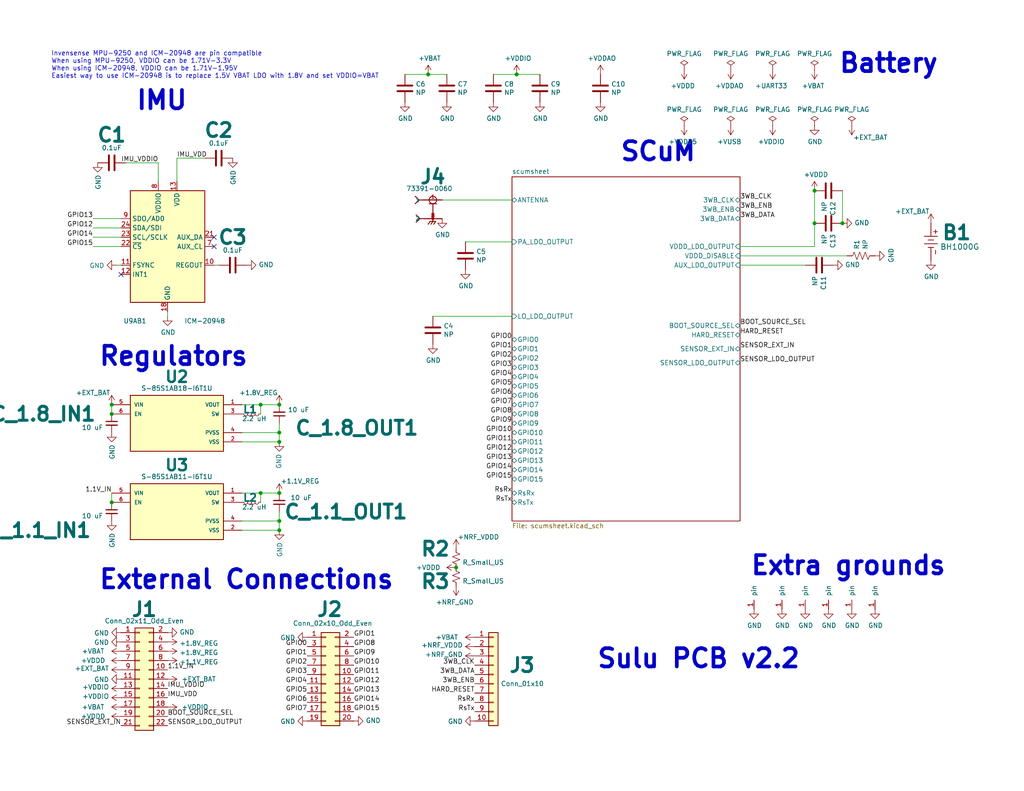
<source format=kicad_sch>
(kicad_sch (version 20231120) (generator "eeschema") (generator_version "8.0")
  (paper "A")
  (title_block (title "SCuM PCB1"))
  (lib_symbols
    (symbol "73391-0060:73391-0060" (pin_names (offset 1.016))
      (property "Reference" "J" (at -3.81 4.064 0))
      (property "Value" "73391-0060" (at -4.318 -5.588 0))
      (symbol "73391-0060_0_0"
        (pin passive line (at 2.54 2.54 180) (length 5.08) (name "1") (number "1"))
        (pin passive line (at 2.54 -2.54 180) (length 5.08) (name "2") (number "2"))
        (pin passive line (at 2.54 -2.54 180) (length 5.08) (name "2") (number "3"))
        (pin passive line (at 2.54 -2.54 180) (length 5.08) (name "2") (number "4"))
        (pin passive line (at 2.54 -2.54 180) (length 5.08) (name "2") (number "5"))
      )
    )
    (symbol "BH1000G:BH1000G" (pin_numbers hide) (pin_names (offset 1.651) hide)
      (property "Reference" "B" (at 4.826 3.81 0))
      (property "Value" "BH1000G" (at 3.81 -7.62 0))
      (symbol "BH1000G_1_1"
        (pin unspecified line (at 10.16 0 180) (length 2.54) (name "1") (number "1"))
        (pin unspecified line (at 0 0 0) (length 2.54) (name "2") (number "2"))
      )
    )
    (symbol "Connector_Generic:Conn_01x10" (pin_names (offset 1.016) hide)
      (property "Reference" "J" (at 0 12.7 0))
      (property "Value" "Conn_01x10" (at 0 -15.24 0))
      (symbol "Conn_01x10_1_1"
        (pin passive line (at -5.08 10.16 0) (length 3.81) (name "Pin_1") (number "1"))
        (pin passive line (at -5.08 -12.7 0) (length 3.81) (name "Pin_10") (number "10"))
        (pin passive line (at -5.08 7.62 0) (length 3.81) (name "Pin_2") (number "2"))
        (pin passive line (at -5.08 5.08 0) (length 3.81) (name "Pin_3") (number "3"))
        (pin passive line (at -5.08 2.54 0) (length 3.81) (name "Pin_4") (number "4"))
        (pin passive line (at -5.08 0 0) (length 3.81) (name "Pin_5") (number "5"))
        (pin passive line (at -5.08 -2.54 0) (length 3.81) (name "Pin_6") (number "6"))
        (pin passive line (at -5.08 -5.08 0) (length 3.81) (name "Pin_7") (number "7"))
        (pin passive line (at -5.08 -7.62 0) (length 3.81) (name "Pin_8") (number "8"))
        (pin passive line (at -5.08 -10.16 0) (length 3.81) (name "Pin_9") (number "9"))
      )
    )
    (symbol "Connector_Generic:Conn_02x10_Odd_Even" (pin_names (offset 1.016) hide)
      (property "Reference" "J" (at 1.27 12.7 0))
      (property "Value" "Conn_02x10_Odd_Even" (at 1.27 -15.24 0))
      (symbol "Conn_02x10_Odd_Even_1_1"
        (pin passive line (at -5.08 10.16 0) (length 3.81) (name "Pin_1") (number "1"))
        (pin passive line (at 7.62 0 180) (length 3.81) (name "Pin_10") (number "10"))
        (pin passive line (at -5.08 -2.54 0) (length 3.81) (name "Pin_11") (number "11"))
        (pin passive line (at 7.62 -2.54 180) (length 3.81) (name "Pin_12") (number "12"))
        (pin passive line (at -5.08 -5.08 0) (length 3.81) (name "Pin_13") (number "13"))
        (pin passive line (at 7.62 -5.08 180) (length 3.81) (name "Pin_14") (number "14"))
        (pin passive line (at -5.08 -7.62 0) (length 3.81) (name "Pin_15") (number "15"))
        (pin passive line (at 7.62 -7.62 180) (length 3.81) (name "Pin_16") (number "16"))
        (pin passive line (at -5.08 -10.16 0) (length 3.81) (name "Pin_17") (number "17"))
        (pin passive line (at 7.62 -10.16 180) (length 3.81) (name "Pin_18") (number "18"))
        (pin passive line (at -5.08 -12.7 0) (length 3.81) (name "Pin_19") (number "19"))
        (pin passive line (at 7.62 10.16 180) (length 3.81) (name "Pin_2") (number "2"))
        (pin passive line (at 7.62 -12.7 180) (length 3.81) (name "Pin_20") (number "20"))
        (pin passive line (at -5.08 7.62 0) (length 3.81) (name "Pin_3") (number "3"))
        (pin passive line (at 7.62 7.62 180) (length 3.81) (name "Pin_4") (number "4"))
        (pin passive line (at -5.08 5.08 0) (length 3.81) (name "Pin_5") (number "5"))
        (pin passive line (at 7.62 5.08 180) (length 3.81) (name "Pin_6") (number "6"))
        (pin passive line (at -5.08 2.54 0) (length 3.81) (name "Pin_7") (number "7"))
        (pin passive line (at 7.62 2.54 180) (length 3.81) (name "Pin_8") (number "8"))
        (pin passive line (at -5.08 0 0) (length 3.81) (name "Pin_9") (number "9"))
      )
    )
    (symbol "Connector_Generic:Conn_02x11_Odd_Even" (pin_names (offset 1.016) hide)
      (property "Reference" "J" (at 1.27 15.24 0))
      (property "Value" "Conn_02x11_Odd_Even" (at 1.27 -15.24 0))
      (symbol "Conn_02x11_Odd_Even_1_1"
        (pin passive line (at -5.08 12.7 0) (length 3.81) (name "Pin_1") (number "1"))
        (pin passive line (at 7.62 2.54 180) (length 3.81) (name "Pin_10") (number "10"))
        (pin passive line (at -5.08 0 0) (length 3.81) (name "Pin_11") (number "11"))
        (pin passive line (at 7.62 0 180) (length 3.81) (name "Pin_12") (number "12"))
        (pin passive line (at -5.08 -2.54 0) (length 3.81) (name "Pin_13") (number "13"))
        (pin passive line (at 7.62 -2.54 180) (length 3.81) (name "Pin_14") (number "14"))
        (pin passive line (at -5.08 -5.08 0) (length 3.81) (name "Pin_15") (number "15"))
        (pin passive line (at 7.62 -5.08 180) (length 3.81) (name "Pin_16") (number "16"))
        (pin passive line (at -5.08 -7.62 0) (length 3.81) (name "Pin_17") (number "17"))
        (pin passive line (at 7.62 -7.62 180) (length 3.81) (name "Pin_18") (number "18"))
        (pin passive line (at -5.08 -10.16 0) (length 3.81) (name "Pin_19") (number "19"))
        (pin passive line (at 7.62 12.7 180) (length 3.81) (name "Pin_2") (number "2"))
        (pin passive line (at 7.62 -10.16 180) (length 3.81) (name "Pin_20") (number "20"))
        (pin passive line (at -5.08 -12.7 0) (length 3.81) (name "Pin_21") (number "21"))
        (pin passive line (at 7.62 -12.7 180) (length 3.81) (name "Pin_22") (number "22"))
        (pin passive line (at -5.08 10.16 0) (length 3.81) (name "Pin_3") (number "3"))
        (pin passive line (at 7.62 10.16 180) (length 3.81) (name "Pin_4") (number "4"))
        (pin passive line (at -5.08 7.62 0) (length 3.81) (name "Pin_5") (number "5"))
        (pin passive line (at 7.62 7.62 180) (length 3.81) (name "Pin_6") (number "6"))
        (pin passive line (at -5.08 5.08 0) (length 3.81) (name "Pin_7") (number "7"))
        (pin passive line (at 7.62 5.08 180) (length 3.81) (name "Pin_8") (number "8"))
        (pin passive line (at -5.08 2.54 0) (length 3.81) (name "Pin_9") (number "9"))
      )
    )
    (symbol "Device:C" (pin_numbers hide) (pin_names (offset 0.254))
      (property "Reference" "C" (at 0.635 2.54 0))
      (property "Value" "C" (at 0.635 -2.54 0))
      (symbol "C_1_1"
        (pin passive line (at 0 3.81 270) (length 2.794) (name "~") (number "1"))
        (pin passive line (at 0 -3.81 90) (length 2.794) (name "~") (number "2"))
      )
    )
    (symbol "Device:C_Small" (pin_numbers hide) (pin_names (offset 0.254) hide)
      (property "Reference" "C" (at 0.254 1.778 0))
      (property "Value" "C_Small" (at 0.254 -2.032 0))
      (symbol "C_Small_1_1"
        (pin passive line (at 0 2.54 270) (length 2.032) (name "~") (number "1"))
        (pin passive line (at 0 -2.54 90) (length 2.032) (name "~") (number "2"))
      )
    )
    (symbol "Device:L_Small" (pin_numbers hide) (pin_names (offset 0.254) hide)
      (property "Reference" "L" (at 0.762 1.016 0))
      (property "Value" "L_Small" (at 0.762 -1.016 0))
      (symbol "L_Small_1_1"
        (pin passive line (at 0 2.54 270) (length 0.508) (name "~") (number "1"))
        (pin passive line (at 0 -2.54 90) (length 0.508) (name "~") (number "2"))
      )
    )
    (symbol "Device:R_Small_US" (pin_numbers hide) (pin_names (offset 0.254) hide)
      (property "Reference" "R" (at 0.762 0.508 0))
      (property "Value" "R_Small_US" (at 0.762 -1.016 0))
      (symbol "R_Small_US_1_1"
        (pin passive line (at 0 2.54 270) (length 1.016) (name "~") (number "1"))
        (pin passive line (at 0 -2.54 90) (length 1.016) (name "~") (number "2"))
      )
    )
    (symbol "Device:R_US" (pin_numbers hide) (pin_names (offset 0))
      (property "Reference" "R" (at 2.54 0 90))
      (property "Value" "R_US" (at -2.54 0 90))
      (symbol "R_US_1_1"
        (pin passive line (at 0 3.81 270) (length 1.27) (name "~") (number "1"))
        (pin passive line (at 0 -3.81 90) (length 1.27) (name "~") (number "2"))
      )
    )
    (symbol "S-85S1AB20-I6T1U:S-85S1AB11-I6T1U" (pin_names (offset 1.016))
      (property "Reference" "U" (at -12.7 8.89 0))
      (property "Value" "S-85S1AB11-I6T1U" (at -12.7 -10.16 0))
      (symbol "S-85S1AB11-I6T1U_0_0"
        (pin power_in line (at 17.78 5.08 180) (length 5.08) (name "VOUT") (number "1"))
        (pin power_in line (at 17.78 -5.08 180) (length 5.08) (name "VSS") (number "2"))
        (pin passive line (at 17.78 2.54 180) (length 5.08) (name "SW") (number "3"))
        (pin power_in line (at 17.78 -2.54 180) (length 5.08) (name "PVSS") (number "4"))
        (pin input line (at -17.78 5.08 0) (length 5.08) (name "VIN") (number "5"))
        (pin input line (at -17.78 2.54 0) (length 5.08) (name "EN") (number "6"))
      )
    )
    (symbol "S-85S1AB20-I6T1U:S-85S1AB18-I6T1U" (pin_names (offset 1.016))
      (property "Reference" "U" (at -12.7 8.89 0))
      (property "Value" "S-85S1AB18-I6T1U" (at -12.7 -10.16 0))
      (symbol "S-85S1AB18-I6T1U_0_0"
        (pin power_in line (at 17.78 5.08 180) (length 5.08) (name "VOUT") (number "1"))
        (pin power_in line (at 17.78 -5.08 180) (length 5.08) (name "VSS") (number "2"))
        (pin passive line (at 17.78 2.54 180) (length 5.08) (name "SW") (number "3"))
        (pin power_in line (at 17.78 -2.54 180) (length 5.08) (name "PVSS") (number "4"))
        (pin input line (at -17.78 5.08 0) (length 5.08) (name "VIN") (number "5"))
        (pin input line (at -17.78 2.54 0) (length 5.08) (name "EN") (number "6"))
      )
    )
    (symbol "Sensor_Motion:ICM-20948"
      (property "Reference" "U" (at -11.43 16.51 0))
      (property "Value" "ICM-20948" (at 7.62 -16.51 0))
      (symbol "ICM-20948_1_1"
        (pin no_connect line (at -10.16 12.7 0) (length 2.54) hide (name "NC") (number "1"))
        (pin passive line (at 12.7 -5.08 180) (length 2.54) (name "REGOUT") (number "10"))
        (pin input line (at -12.7 -5.08 0) (length 2.54) (name "FSYNC") (number "11"))
        (pin output line (at -12.7 -7.62 0) (length 2.54) (name "INT1") (number "12"))
        (pin power_in line (at 2.54 17.78 270) (length 2.54) (name "VDD") (number "13"))
        (pin no_connect line (at 10.16 7.62 180) (length 2.54) hide (name "NC") (number "14"))
        (pin no_connect line (at 10.16 5.08 180) (length 2.54) hide (name "NC") (number "15"))
        (pin no_connect line (at 10.16 -7.62 180) (length 2.54) hide (name "NC") (number "16"))
        (pin no_connect line (at 10.16 -10.16 180) (length 2.54) hide (name "NC") (number "17"))
        (pin power_in line (at 0 -17.78 90) (length 2.54) (name "GND") (number "18"))
        (pin no_connect line (at 10.16 -12.7 180) (length 2.54) hide (name "RESV") (number "19"))
        (pin no_connect line (at -10.16 10.16 0) (length 2.54) hide (name "NC") (number "2"))
        (pin passive line (at 0 -17.78 90) (length 2.54) hide (name "GND") (number "20"))
        (pin bidirectional line (at 12.7 2.54 180) (length 2.54) (name "AUX_DA") (number "21"))
        (pin input line (at -12.7 0 0) (length 2.54) (name "~{CS}") (number "22"))
        (pin input line (at -12.7 2.54 0) (length 2.54) (name "SCL/SCLK") (number "23"))
        (pin bidirectional line (at -12.7 5.08 0) (length 2.54) (name "SDA/SDI") (number "24"))
        (pin no_connect line (at -10.16 -2.54 0) (length 2.54) hide (name "NC") (number "3"))
        (pin no_connect line (at -10.16 -10.16 0) (length 2.54) hide (name "NC") (number "4"))
        (pin no_connect line (at -10.16 -12.7 0) (length 2.54) hide (name "NC") (number "5"))
        (pin no_connect line (at 10.16 10.16 180) (length 2.54) hide (name "NC") (number "6"))
        (pin output line (at 12.7 0 180) (length 2.54) (name "AUX_CL") (number "7"))
        (pin power_in line (at -2.54 17.78 270) (length 2.54) (name "VDDIO") (number "8"))
        (pin bidirectional line (at -12.7 7.62 0) (length 2.54) (name "SDO/AD0") (number "9"))
      )
    )
    (symbol "draft1library:+1.1V_REG" (power) (pin_names (offset 0))
      (property "Value" "+1.1V_REG" (at 0 3.556 0))
      (symbol "+1.1V_REG_1_1"
        (pin power_in line (at 0 0 90) (length 0) hide (name "+1.1V_REG") (number "1"))
      )
    )
    (symbol "draft1library:+1.8V_REG" (power) (pin_names (offset 0))
      (property "Value" "+1.8V_REG" (at 0 3.556 0))
      (symbol "+1.8V_REG_1_1"
        (pin power_in line (at 0 0 90) (length 0) hide (name "+1.8V_REG") (number "1"))
      )
    )
    (symbol "draft1library:+EXT_BAT" (power) (pin_names (offset 0))
      (property "Value" "+EXT_BAT" (at 0 3.556 0))
      (symbol "+EXT_BAT_1_1"
        (pin power_in line (at 0 0 90) (length 0) hide (name "+EXT_BAT") (number "1"))
      )
    )
    (symbol "draft1library:+NRF_GND" (power) (pin_names (offset 0))
      (property "Value" "+NRF_GND" (at 0 3.556 0))
      (symbol "+NRF_GND_1_1"
        (pin power_in line (at 0 0 90) (length 0) hide (name "+NRF_GND") (number "1"))
      )
    )
    (symbol "draft1library:+NRF_VDDD" (power) (pin_names (offset 0))
      (property "Value" "+NRF_VDDD" (at 0 3.556 0))
      (symbol "+NRF_VDDD_1_1"
        (pin power_in line (at 0 0 90) (length 0) hide (name "+NRF_VDDD") (number "1"))
      )
    )
    (symbol "draft1library:+UART33" (power) (pin_names (offset 0))
      (property "Value" "+UART33" (at 0 3.556 0))
      (symbol "+UART33_1_1"
        (pin power_in line (at 0 0 90) (length 0) hide (name "+UART33") (number "1"))
      )
    )
    (symbol "draft1library:+VBAT" (power) (pin_names (offset 0))
      (property "Value" "+VBAT" (at 0 3.556 0))
      (symbol "+VBAT_1_1"
        (pin power_in line (at 0 0 90) (length 0) hide (name "+VBAT") (number "1"))
      )
    )
    (symbol "draft1library:+VDD25" (power) (pin_names (offset 0))
      (property "Value" "+VDD25" (at 0 3.556 0))
      (symbol "+VDD25_1_1"
        (pin power_in line (at 0 0 90) (length 0) hide (name "+VDD25") (number "1"))
      )
    )
    (symbol "draft1library:+VDDAO" (power) (pin_names (offset 0))
      (property "Value" "+VDDAO" (at 0 3.556 0))
      (symbol "+VDDAO_1_1"
        (pin power_in line (at 0 0 90) (length 0) hide (name "+VDDAO") (number "1"))
      )
    )
    (symbol "draft1library:+VDDD" (power) (pin_names (offset 0))
      (property "Value" "+VDDD" (at 0 3.556 0))
      (symbol "+VDDD_1_1"
        (pin power_in line (at 0 0 90) (length 0) hide (name "+VDDD") (number "1"))
      )
    )
    (symbol "draft1library:+VDDIO" (power) (pin_names (offset 0))
      (property "Value" "+VDDIO" (at 0 3.556 0))
      (symbol "+VDDIO_1_1"
        (pin power_in line (at 0 0 90) (length 0) hide (name "+VDDIO") (number "1"))
      )
    )
    (symbol "draft1library:+VUSB" (power) (pin_names (offset 0))
      (property "Value" "+VUSB" (at 0 3.556 0))
      (symbol "+VUSB_1_1"
        (pin power_in line (at 0 0 90) (length 0) hide (name "+VUSB") (number "1"))
      )
    )
    (symbol "draft1library:through_hole" (pin_names (offset 1.016))
      (symbol "through_hole_1_1"
        (pin output line (at 0 0 0) (length 2.54) (name "pin") (number "1"))
      )
    )
    (symbol "power:GND" (power) (pin_names (offset 0))
      (property "Value" "GND" (at 0 -3.81 0))
      (symbol "GND_1_1"
        (pin power_in line (at 0 0 270) (length 0) hide (name "GND") (number "1"))
      )
    )
    (symbol "power:PWR_FLAG" (power) (pin_numbers hide) (pin_names (offset 0) hide)
      (property "Value" "PWR_FLAG" (at 0 3.81 0))
      (symbol "PWR_FLAG_0_0"
        (pin power_out line (at 0 0 90) (length 0) (name "pwr") (number "1"))
      )
    )
  )
  (junction (at 124.46 154.94))
  (junction (at 76.2 144.78))
  (junction (at 30.48 113.03))
  (junction (at 71.12 134.62))
  (junction (at 229.87 60.96))
  (junction (at 116.84 20.32))
  (junction (at 30.48 137.16))
  (junction (at 140.97 20.32))
  (junction (at 76.2 120.65))
  (junction (at 76.2 118.11))
  (junction (at 222.25 52.07))
  (junction (at 30.48 110.49))
  (junction (at 76.2 142.24))
  (junction (at 76.2 134.62))
  (junction (at 76.2 110.49))
  (junction (at 71.12 110.49))
  (junction (at 222.25 60.96))
  (no_connect (at 33.02 74.93))
  (no_connect (at 58.42 67.31))
  (no_connect (at 58.42 64.77))
  (wire (pts (xy 48.26 43.18) (xy 48.26 49.53)))
  (wire (pts (xy 71.12 137.16) (xy 71.12 134.62)))
  (wire (pts (xy 71.12 113.03) (xy 71.12 110.49)))
  (wire (pts (xy 33.02 67.31) (xy 25.4 67.31)))
  (wire (pts (xy 43.18 44.45) (xy 43.18 49.53)))
  (wire (pts (xy 76.2 120.65) (xy 76.2 118.11)))
  (wire (pts (xy 76.2 142.24) (xy 76.2 139.7)))
  (wire (pts (xy 66.04 142.24) (xy 76.2 142.24)))
  (wire (pts (xy 222.25 60.96) (xy 222.25 67.31)))
  (wire (pts (xy 66.04 134.62) (xy 71.12 134.62)))
  (wire (pts (xy 139.7 54.61) (xy 120.65 54.61)))
  (wire (pts (xy 71.12 134.62) (xy 76.2 134.62)))
  (wire (pts (xy 110.49 20.32) (xy 116.84 20.32)))
  (wire (pts (xy 30.48 110.49) (xy 30.48 113.03)))
  (wire (pts (xy 139.7 86.36) (xy 118.11 86.36)))
  (wire (pts (xy 34.29 44.45) (xy 43.18 44.45)))
  (wire (pts (xy 45.72 85.09) (xy 45.72 86.36)))
  (wire (pts (xy 66.04 120.65) (xy 76.2 120.65)))
  (wire (pts (xy 48.26 43.18) (xy 55.88 43.18)))
  (wire (pts (xy 139.7 66.04) (xy 127 66.04)))
  (wire (pts (xy 25.4 64.77) (xy 33.02 64.77)))
  (wire (pts (xy 31.75 72.39) (xy 33.02 72.39)))
  (wire (pts (xy 33.02 59.69) (xy 25.4 59.69)))
  (wire (pts (xy 76.2 118.11) (xy 76.2 115.57)))
  (wire (pts (xy 121.92 20.32) (xy 116.84 20.32)))
  (wire (pts (xy 76.2 110.49) (xy 71.12 110.49)))
  (wire (pts (xy 229.87 52.07) (xy 229.87 60.96)))
  (wire (pts (xy 222.25 67.31) (xy 201.93 67.31)))
  (wire (pts (xy 201.93 72.39) (xy 219.71 72.39)))
  (wire (pts (xy 147.32 20.32) (xy 140.97 20.32)))
  (wire (pts (xy 201.93 69.85) (xy 231.14 69.85)))
  (wire (pts (xy 76.2 142.24) (xy 76.2 144.78)))
  (wire (pts (xy 66.04 144.78) (xy 76.2 144.78)))
  (wire (pts (xy 58.42 72.39) (xy 59.69 72.39)))
  (wire (pts (xy 66.04 118.11) (xy 76.2 118.11)))
  (wire (pts (xy 71.12 110.49) (xy 66.04 110.49)))
  (wire (pts (xy 25.4 62.23) (xy 33.02 62.23)))
  (wire (pts (xy 222.25 52.07) (xy 222.25 60.96)))
  (wire (pts (xy 30.48 134.62) (xy 30.48 137.16)))
  (wire (pts (xy 134.62 20.32) (xy 140.97 20.32)))
  (text "SCuM" (at 168.91 44.45 0) (effects (font (size 5.0038 5.0038) (thickness 1.0008) (bold yes)) (justify left bottom)))
  (text "Extra grounds" (at 204.47 157.48 0) (effects (font (size 5.0038 5.0038) (thickness 1.0008) (bold yes)) (justify left bottom)))
  (text "Sulu PCB v2.2" (at 162.56 182.88 0) (effects (font (size 5.0038 5.0038) (thickness 1.0008) (bold yes)) (justify left bottom)))
  (text "Invensense MPU-9250 and ICM-20948 are pin compatible\nWhen using MPU-9250, VDDIO can be 1.71V-3.3V\nWhen using ICM-20948, VDDIO can be 1.71V-1.95V\nEasiest way to use ICM-20948 is to replace 1.5V VBAT LDO with 1.8V and set VDDIO=VBAT" (at 13.97 21.59 0) (effects (font (size 1.27 1.27)) (justify left bottom)))
  (text "External Connections" (at 26.67 161.29 0) (effects (font (size 5.0038 5.0038) (thickness 1.0008) (bold yes)) (justify left bottom)))
  (text "Regulators" (at 26.67 100.33 0) (effects (font (size 5.0038 5.0038) (thickness 1.0008) (bold yes)) (justify left bottom)))
  (text "Battery" (at 228.6 20.32 0) (effects (font (size 5.0038 5.0038) (thickness 1.0008) (bold yes)) (justify left bottom)))
  (text "IMU" (at 36.83 30.48 0) (effects (font (size 5.0038 5.0038) (thickness 1.0008) (bold yes)) (justify left bottom)))
  (label "RsRx" (at 139.7 134.62 180))
  (label "GPIO12" (at 139.7 123.19 180))
  (label "3WB_DATA" (at 201.93 59.69 0))
  (label "GPIO6" (at 139.7 107.95 180))
  (label "GPIO15" (at 139.7 130.81 180))
  (label "GPIO15" (at 25.4 67.31 180))
  (label "GPIO1" (at 96.52 173.99 0))
  (label "GPIO4" (at 139.7 102.87 180))
  (label "IMU_VDDIO" (at 43.18 44.45 180))
  (label "GPIO10" (at 96.52 181.61 0))
  (label "GPIO12" (at 96.52 186.69 0))
  (label "GPIO14" (at 25.4 64.77 180))
  (label "GPIO6" (at 83.82 191.77 180))
  (label "SENSOR_EXT_IN" (at 33.02 198.12 180))
  (label "1.1V_IN" (at 30.48 134.62 180))
  (label "GPIO4" (at 83.82 186.69 180))
  (label "GPIO8" (at 139.7 113.03 180))
  (label "HARD_RESET" (at 129.54 189.23 180))
  (label "BOOT_SOURCE_SEL" (at 201.93 88.9 0))
  (label "GPIO13" (at 25.4 59.69 180))
  (label "3WB_CLK" (at 201.93 54.61 0))
  (label "GPIO9" (at 139.7 115.57 180))
  (label "HARD_RESET" (at 201.93 91.44 0))
  (label "GPIO2" (at 83.82 181.61 180))
  (label "GPIO3" (at 139.7 100.33 180))
  (label "RsTx" (at 129.54 194.31 180))
  (label "GPIO7" (at 83.82 194.31 180))
  (label "GPIO15" (at 96.52 194.31 0))
  (label "IMU_VDD" (at 48.26 43.18 0))
  (label "GPIO13" (at 139.7 125.73 180))
  (label "GPIO3" (at 83.82 184.15 180))
  (label "GPIO1" (at 83.82 179.07 180))
  (label "GPIO8" (at 96.52 176.53 0))
  (label "GPIO1" (at 139.7 95.25 180))
  (label "GPIO9" (at 96.52 179.07 0))
  (label "GPIO13" (at 96.52 189.23 0))
  (label "IMU_VDDIO" (at 45.72 187.96 0))
  (label "SENSOR_LDO_OUTPUT" (at 45.72 198.12 0))
  (label "3WB_ENB" (at 129.54 186.69 180))
  (label "GPIO10" (at 139.7 118.11 180))
  (label "3WB_ENB" (at 201.93 57.15 0))
  (label "GPIO12" (at 25.4 62.23 180))
  (label "GPIO5" (at 83.82 189.23 180))
  (label "GPIO11" (at 96.52 184.15 0))
  (label "RsRx" (at 129.54 191.77 180))
  (label "SENSOR_LDO_OUTPUT" (at 201.93 99.06 0))
  (label "GPIO0" (at 139.7 92.71 180))
  (label "GPIO5" (at 139.7 105.41 180))
  (label "GPIO2" (at 139.7 97.79 180))
  (label "GPIO0" (at 83.82 176.53 180))
  (label "GPIO14" (at 139.7 128.27 180))
  (label "IMU_VDD" (at 45.72 190.5 0))
  (label "GPIO14" (at 96.52 191.77 0))
  (label "3WB_DATA" (at 129.54 184.15 180))
  (label "GPIO11" (at 139.7 120.65 180))
  (label "RsTx" (at 139.7 137.16 180))
  (label "GPIO7" (at 139.7 110.49 180))
  (label "BOOT_SOURCE_SEL" (at 45.72 195.58 0))
  (label "1.1V_IN" (at 45.72 182.88 0))
  (label "SENSOR_EXT_IN" (at 201.93 95.25 0))
  (label "3WB_CLK" (at 129.54 181.61 180))
  (symbol (lib_id "power:GND") (at 67.31 72.39 90) (unit 1)
    (property "Reference" "#PWR011" (effects (hide yes)))
    (property "Value" "GND" (at 70.5612 72.263 90) (effects (justify right)))
  )
  (symbol (lib_id "Device:C") (at 63.5 72.39 90) (unit 1)
    (property "Reference" "C3" (at 63.5 64.77 90) (effects (font (size 3.81 3.81) (bold yes))))
    (property "Value" "0.1uF" (at 63.5 68.3006 90))
    (property "Footprint" "Capacitor_SMD:C_0402_1005Metric" (effects (hide yes)))
  )
  (symbol (lib_id "power:GND") (at 31.75 72.39 270) (unit 1)
    (property "Reference" "#PWR02" (effects (hide yes)))
    (property "Value" "GND" (at 28.4988 72.517 90) (effects (justify right)))
  )
  (symbol (lib_id "power:GND") (at 45.72 86.36 0) (unit 1)
    (property "Reference" "#PWR09" (effects (hide yes)))
    (property "Value" "GND" (at 45.847 90.7542 0))
  )
  (symbol (lib_id "power:GND") (at 63.5 43.18 0) (unit 1)
    (property "Reference" "#PWR010" (effects (hide yes)))
    (property "Value" "GND" (at 63.627 46.4312 90) (effects (justify right)))
  )
  (symbol (lib_id "Device:C") (at 59.69 43.18 90) (unit 1)
    (property "Reference" "C2" (at 59.69 35.56 90) (effects (font (size 3.81 3.81) (bold yes))))
    (property "Value" "0.1uF" (at 59.69 39.0906 90))
    (property "Footprint" "Capacitor_SMD:C_0402_1005Metric" (effects (hide yes)))
  )
  (symbol (lib_id "power:GND") (at 26.67 44.45 0) (unit 1)
    (property "Reference" "#PWR01" (effects (hide yes)))
    (property "Value" "GND" (at 26.797 47.7012 90) (effects (justify right)))
  )
  (symbol (lib_id "Device:C") (at 30.48 44.45 270) (unit 1)
    (property "Reference" "C1" (at 30.48 36.83 90) (effects (font (size 3.81 3.81) (bold yes))))
    (property "Value" "0.1uF" (at 30.48 40.3606 90))
    (property "Footprint" "Capacitor_SMD:C_0402_1005Metric" (effects (hide yes)))
  )
  (symbol (lib_id "draft1library:+VUSB") (at 199.39 34.29 180) (unit 1)
    (property "Reference" "#PWR033" (effects (hide yes)))
    (property "Value" "+VUSB" (at 199.009 38.6842 0))
  )
  (symbol (lib_id "power:PWR_FLAG") (at 199.39 34.29 0) (unit 1)
    (property "Reference" "#FLG04" (effects (hide yes)))
    (property "Value" "PWR_FLAG" (at 199.39 29.8958 0))
  )
  (symbol (lib_id "power:PWR_FLAG") (at 222.25 34.29 0) (unit 1)
    (property "Reference" "#FLG08" (effects (hide yes)))
    (property "Value" "PWR_FLAG" (at 222.25 29.8958 0))
  )
  (symbol (lib_id "power:PWR_FLAG") (at 222.25 19.05 0) (unit 1)
    (property "Reference" "#FLG07" (effects (hide yes)))
    (property "Value" "PWR_FLAG" (at 222.25 14.6558 0))
  )
  (symbol (lib_id "power:GND") (at 222.25 34.29 0) (unit 1)
    (property "Reference" "#PWR039" (effects (hide yes)))
    (property "Value" "GND" (at 222.377 38.6842 0))
  )
  (symbol (lib_id "draft1library:+VBAT") (at 222.25 19.05 180) (unit 1)
    (property "Reference" "#PWR038" (effects (hide yes)))
    (property "Value" "+VBAT" (at 221.869 23.4442 0))
  )
  (symbol (lib_id "power:PWR_FLAG") (at 210.82 19.05 0) (unit 1)
    (property "Reference" "#FLG05" (effects (hide yes)))
    (property "Value" "PWR_FLAG" (at 210.82 14.6558 0))
  )
  (symbol (lib_id "draft1library:+UART33") (at 210.82 19.05 180) (unit 1)
    (property "Reference" "#PWR036" (effects (hide yes)))
    (property "Value" "+UART33" (at 210.439 23.4442 0))
  )
  (symbol (lib_id "power:PWR_FLAG") (at 210.82 34.29 0) (unit 1)
    (property "Reference" "#FLG06" (effects (hide yes)))
    (property "Value" "PWR_FLAG" (at 210.82 29.8958 0))
  )
  (symbol (lib_id "draft1library:+VDDIO") (at 210.82 34.29 180) (unit 1)
    (property "Reference" "#PWR037" (effects (hide yes)))
    (property "Value" "+VDDIO" (at 210.439 38.6842 0))
  )
  (symbol (lib_id "power:PWR_FLAG") (at 186.69 19.05 0) (unit 1)
    (property "Reference" "#FLG01" (effects (hide yes)))
    (property "Value" "PWR_FLAG" (at 186.69 14.6558 0))
  )
  (symbol (lib_id "draft1library:+VDDD") (at 186.69 19.05 180) (unit 1)
    (property "Reference" "#PWR030" (effects (hide yes)))
    (property "Value" "+VDDD" (at 186.309 23.4442 0))
  )
  (symbol (lib_id "power:PWR_FLAG") (at 199.39 19.05 0) (unit 1)
    (property "Reference" "#FLG03" (effects (hide yes)))
    (property "Value" "PWR_FLAG" (at 199.39 14.6558 0))
  )
  (symbol (lib_id "draft1library:+VDDAO") (at 199.39 19.05 180) (unit 1)
    (property "Reference" "#PWR032" (effects (hide yes)))
    (property "Value" "+VDDAO" (at 199.009 23.4442 0))
  )
  (symbol (lib_id "power:PWR_FLAG") (at 186.69 34.29 0) (unit 1)
    (property "Reference" "#FLG02" (effects (hide yes)))
    (property "Value" "PWR_FLAG" (at 186.69 29.8958 0))
  )
  (symbol (lib_id "draft1library:+VDD25") (at 186.69 34.29 180) (unit 1)
    (property "Reference" "#PWR031" (effects (hide yes)))
    (property "Value" "+VDD25" (at 186.309 38.6842 0))
  )
  (symbol (lib_id "Sensor_Motion:ICM-20948") (at 45.72 67.31 0) (unit 1)
    (property "Reference" "U9AB1" (at 36.83 87.63 0))
    (property "Value" "ICM-20948" (at 55.88 87.63 0))
    (property "Footprint" "Sensor_Motion:InvenSense_QFN-24_3x3mm_P0.4mm" (effects (hide yes)))
    (property "Datasheet" "http://www.invensense.com/wp-content/uploads/2016/06/DS-000189-ICM-20948-v1.3.pdf" (effects (hide yes)))
  )
  (symbol (lib_id "power:GND") (at 129.54 196.85 270) (unit 1)
    (property "Reference" "#PWR021" (effects (hide yes)))
    (property "Value" "GND" (at 126.2888 196.977 90) (effects (justify right)))
  )
  (symbol (lib_id "draft1library:+VBAT") (at 129.54 173.99 90) (unit 1)
    (property "Reference" "#PWR024" (effects (hide yes)))
    (property "Value" "+VBAT" (at 121.92 173.99 90))
  )
  (symbol (lib_id "draft1library:+VDDD") (at 33.02 195.58 90) (unit 1)
    (property "Reference" "#PWR07" (effects (hide yes)))
    (property "Value" "+VDDD" (at 25.4 195.58 90))
  )
  (symbol (lib_id "draft1library:+VDDIO") (at 33.02 190.5 90) (unit 1)
    (property "Reference" "#PWR05" (effects (hide yes)))
    (property "Value" "+VDDIO" (at 29.7688 190.119 90) (effects (justify left)))
  )
  (symbol (lib_id "Connector_Generic:Conn_02x10_Odd_Even") (at 88.9 184.15 0) (unit 1)
    (property "Reference" "J2" (at 93.98 166.37 0) (effects (font (size 3.81 3.81) (bold yes)) (justify right)))
    (property "Value" "Conn_02x10_Odd_Even" (at 101.6 170.18 0) (effects (justify right)))
    (property "Footprint" "Connector_PinHeader_2.54mm:PinHeader_2x10_P2.54mm_Vertical" (effects (hide yes)))
  )
  (symbol (lib_id "draft1library:+VDDIO") (at 33.02 187.96 90) (unit 1)
    (property "Reference" "#PWR04" (effects (hide yes)))
    (property "Value" "+VDDIO" (at 29.7688 187.579 90) (effects (justify left)))
  )
  (symbol (lib_id "draft1library:+VBAT") (at 33.02 193.04 90) (unit 1)
    (property "Reference" "#PWR06" (effects (hide yes)))
    (property "Value" "+VBAT" (at 25.4 193.04 90))
  )
  (symbol (lib_id "power:GND") (at 33.02 172.72 270) (unit 1)
    (property "Reference" "#PWR03" (effects (hide yes)))
    (property "Value" "GND" (at 29.7688 172.847 90) (effects (justify right)))
  )
  (symbol (lib_id "draft1library:+VDDIO") (at 45.72 193.04 270) (unit 1)
    (property "Reference" "#PWR08" (effects (hide yes)))
    (property "Value" "+VDDIO" (at 49.53 193.04 90) (effects (justify left)))
  )
  (symbol (lib_id "power:GND") (at 83.82 173.99 270) (unit 1)
    (property "Reference" "#PWR012" (effects (hide yes)))
    (property "Value" "GND" (at 80.5688 174.117 90) (effects (justify right)))
  )
  (symbol (lib_id "power:GND") (at 96.52 196.85 90) (unit 1)
    (property "Reference" "#PWR015" (effects (hide yes)))
    (property "Value" "GND" (at 99.7712 196.723 90) (effects (justify right)))
  )
  (symbol (lib_id "power:GND") (at 83.82 196.85 270) (unit 1)
    (property "Reference" "#PWR016" (effects (hide yes)))
    (property "Value" "GND" (at 80.5688 196.977 90) (effects (justify right)))
  )
  (symbol (lib_id "draft1library:+VDDIO") (at 140.97 20.32 0) (unit 1)
    (property "Reference" "#PWR026" (effects (hide yes)))
    (property "Value" "+VDDIO" (at 141.351 15.9258 0))
  )
  (symbol (lib_id "draft1library:+VBAT") (at 116.84 20.32 0) (unit 1)
    (property "Reference" "#PWR018" (effects (hide yes)))
    (property "Value" "+VBAT" (at 117.221 15.9258 0))
  )
  (symbol (lib_id "power:GND") (at 110.49 27.94 0) (unit 1)
    (property "Reference" "#PWR017" (effects (hide yes)))
    (property "Value" "GND" (at 110.617 32.3342 0))
  )
  (symbol (lib_id "power:GND") (at 121.92 27.94 0) (unit 1)
    (property "Reference" "#PWR019" (effects (hide yes)))
    (property "Value" "GND" (at 122.047 32.3342 0))
  )
  (symbol (lib_id "power:GND") (at 134.62 27.94 0) (unit 1)
    (property "Reference" "#PWR023" (effects (hide yes)))
    (property "Value" "GND" (at 134.747 32.3342 0))
  )
  (symbol (lib_id "power:GND") (at 147.32 27.94 0) (unit 1)
    (property "Reference" "#PWR027" (effects (hide yes)))
    (property "Value" "GND" (at 147.447 32.3342 0))
  )
  (symbol (lib_id "Device:C") (at 110.49 24.13 0) (unit 1)
    (property "Reference" "C6" (at 113.411 22.9616 0) (effects (justify left)))
    (property "Value" "NP" (at 113.411 25.273 0) (effects (justify left)))
    (property "Footprint" "Capacitor_SMD:C_0402_1005Metric" (effects (hide yes)))
  )
  (symbol (lib_id "Device:C") (at 121.92 24.13 0) (unit 1)
    (property "Reference" "C7" (at 124.841 22.9616 0) (effects (justify left)))
    (property "Value" "NP" (at 124.841 25.273 0) (effects (justify left)))
    (property "Footprint" "Capacitor_SMD:C_0402_1005Metric" (effects (hide yes)))
  )
  (symbol (lib_id "Device:C") (at 134.62 24.13 0) (unit 1)
    (property "Reference" "C8" (at 137.541 22.9616 0) (effects (justify left)))
    (property "Value" "NP" (at 137.541 25.273 0) (effects (justify left)))
    (property "Footprint" "Capacitor_SMD:C_0402_1005Metric" (effects (hide yes)))
  )
  (symbol (lib_id "Device:C") (at 147.32 24.13 0) (unit 1)
    (property "Reference" "C9" (at 150.241 22.9616 0) (effects (justify left)))
    (property "Value" "NP" (at 150.241 25.273 0) (effects (justify left)))
    (property "Footprint" "Capacitor_SMD:C_0402_1005Metric" (effects (hide yes)))
  )
  (symbol (lib_id "power:GND") (at 163.83 27.94 0) (unit 1)
    (property "Reference" "#PWR029" (effects (hide yes)))
    (property "Value" "GND" (at 163.957 32.3342 0))
  )
  (symbol (lib_id "Device:C") (at 163.83 24.13 0) (unit 1)
    (property "Reference" "C10" (at 166.751 22.9616 0) (effects (justify left)))
    (property "Value" "NP" (at 166.751 25.273 0) (effects (justify left)))
    (property "Footprint" "Capacitor_SMD:C_0402_1005Metric" (effects (hide yes)))
  )
  (symbol (lib_id "draft1library:+VDDAO") (at 163.83 20.32 0) (unit 1)
    (property "Reference" "#PWR028" (effects (hide yes)))
    (property "Value" "+VDDAO" (at 164.211 15.9258 0))
  )
  (symbol (lib_id "Device:C") (at 127 69.85 0) (unit 1)
    (property "Reference" "C5" (at 129.921 68.6816 0) (effects (justify left)))
    (property "Value" "NP" (at 129.921 70.993 0) (effects (justify left)))
    (property "Footprint" "Capacitor_SMD:C_0402_1005Metric" (effects (hide yes)))
  )
  (symbol (lib_id "power:GND") (at 127 73.66 0) (unit 1)
    (property "Reference" "#PWR014" (effects (hide yes)))
    (property "Value" "GND" (at 127.127 78.0542 0))
  )
  (symbol (lib_id "Device:C") (at 118.11 90.17 0) (unit 1)
    (property "Reference" "C4" (at 121.031 89.0016 0) (effects (justify left)))
    (property "Value" "NP" (at 121.031 91.313 0) (effects (justify left)))
    (property "Footprint" "Capacitor_SMD:C_0402_1005Metric" (effects (hide yes)))
  )
  (symbol (lib_id "power:GND") (at 118.11 93.98 0) (unit 1)
    (property "Reference" "#PWR013" (effects (hide yes)))
    (property "Value" "GND" (at 118.237 98.3742 0))
  )
  (symbol (lib_id "Device:C") (at 223.52 72.39 270) (unit 1)
    (property "Reference" "C11" (at 224.6884 75.311 0) (effects (justify left)))
    (property "Value" "NP" (at 222.377 75.311 0) (effects (justify left)))
    (property "Footprint" "Capacitor_SMD:C_0402_1005Metric" (effects (hide yes)))
  )
  (symbol (lib_id "power:GND") (at 227.33 72.39 90) (unit 1)
    (property "Reference" "#PWR042" (effects (hide yes)))
    (property "Value" "GND" (at 230.5812 72.263 90) (effects (justify right)))
  )
  (symbol (lib_id "power:GND") (at 45.72 172.72 90) (unit 1)
    (property "Reference" "#PWR0106" (effects (hide yes)))
    (property "Value" "GND" (at 48.9712 172.593 90) (effects (justify right)))
  )
  (symbol (lib_id "Device:C") (at 226.06 52.07 270) (unit 1)
    (property "Reference" "C12" (at 227.2284 54.991 0) (effects (justify left)))
    (property "Value" "NP" (at 224.917 54.991 0) (effects (justify left)))
    (property "Footprint" "Capacitor_SMD:C_0402_1005Metric" (effects (hide yes)))
  )
  (symbol (lib_id "Device:C") (at 226.06 60.96 270) (unit 1)
    (property "Reference" "C13" (at 227.2284 63.881 0) (effects (justify left)))
    (property "Value" "NP" (at 224.917 63.881 0) (effects (justify left)))
    (property "Footprint" "Capacitor_SMD:C_0402_1005Metric" (effects (hide yes)))
  )
  (symbol (lib_id "power:GND") (at 229.87 60.96 90) (unit 1)
    (property "Reference" "#PWR043" (effects (hide yes)))
    (property "Value" "GND" (at 233.1212 60.833 90) (effects (justify right)))
  )
  (symbol (lib_id "draft1library:+VDDD") (at 222.25 52.07 0) (unit 1)
    (property "Reference" "#PWR040" (effects (hide yes)))
    (property "Value" "+VDDD" (at 222.631 47.6758 0))
  )
  (symbol (lib_id "Device:R_US") (at 234.95 69.85 90) (unit 1)
    (property "Reference" "R1" (at 233.7816 68.1228 0) (effects (justify left)))
    (property "Value" "NP" (at 236.093 68.1228 0) (effects (justify left)))
    (property "Footprint" "Resistor_SMD:R_0402_1005Metric" (effects (hide yes)))
  )
  (symbol (lib_id "power:GND") (at 238.76 69.85 90) (unit 1)
    (property "Reference" "#PWR044" (effects (hide yes)))
    (property "Value" "GND" (at 243.1542 69.723 0))
  )
  (symbol (lib_id "power:GND") (at 254 71.12 0) (unit 1)
    (property "Reference" "#PWR046" (effects (hide yes)))
    (property "Value" "GND" (at 254.127 75.5142 0))
  )
  (symbol (lib_id "power:GND") (at 205.74 166.37 0) (unit 1)
    (property "Reference" "#PWR034" (effects (hide yes)))
    (property "Value" "GND" (at 205.867 170.7642 0))
  )
  (symbol (lib_id "power:GND") (at 213.36 166.37 0) (unit 1)
    (property "Reference" "#PWR0101" (effects (hide yes)))
    (property "Value" "GND" (at 213.487 170.7642 0))
  )
  (symbol (lib_id "power:GND") (at 219.71 166.37 0) (unit 1)
    (property "Reference" "#PWR0102" (effects (hide yes)))
    (property "Value" "GND" (at 219.837 170.7642 0))
  )
  (symbol (lib_id "power:GND") (at 226.06 166.37 0) (unit 1)
    (property "Reference" "#PWR0103" (effects (hide yes)))
    (property "Value" "GND" (at 226.187 170.7642 0))
  )
  (symbol (lib_id "power:GND") (at 232.41 166.37 0) (unit 1)
    (property "Reference" "#PWR0104" (effects (hide yes)))
    (property "Value" "GND" (at 232.537 170.7642 0))
  )
  (symbol (lib_id "power:GND") (at 238.76 166.37 0) (unit 1)
    (property "Reference" "#PWR0105" (effects (hide yes)))
    (property "Value" "GND" (at 238.887 170.7642 0))
  )
  (symbol (lib_id "draft1library:through_hole") (at 205.74 166.37 90) (unit 1)
    (property "Reference" "GND1" (effects (hide yes)))
    (property "Value" "through_hole" (effects (hide yes)))
    (property "Footprint" "SCUM:through_hole" (effects (hide yes)))
  )
  (symbol (lib_id "draft1library:through_hole") (at 213.36 166.37 90) (unit 1)
    (property "Reference" "GND2" (effects (hide yes)))
    (property "Value" "through_hole" (effects (hide yes)))
    (property "Footprint" "SCUM:through_hole" (effects (hide yes)))
  )
  (symbol (lib_id "draft1library:through_hole") (at 219.71 166.37 90) (unit 1)
    (property "Reference" "GND3" (effects (hide yes)))
    (property "Value" "through_hole" (effects (hide yes)))
    (property "Footprint" "SCUM:through_hole" (effects (hide yes)))
  )
  (symbol (lib_id "draft1library:through_hole") (at 226.06 166.37 90) (unit 1)
    (property "Reference" "GND4" (effects (hide yes)))
    (property "Value" "through_hole" (effects (hide yes)))
    (property "Footprint" "SCUM:through_hole" (effects (hide yes)))
  )
  (symbol (lib_id "draft1library:through_hole") (at 232.41 166.37 90) (unit 1)
    (property "Reference" "GND5" (effects (hide yes)))
    (property "Value" "through_hole" (effects (hide yes)))
    (property "Footprint" "SCUM:through_hole" (effects (hide yes)))
  )
  (symbol (lib_id "draft1library:through_hole") (at 238.76 166.37 90) (unit 1)
    (property "Reference" "GND6" (effects (hide yes)))
    (property "Value" "through_hole" (effects (hide yes)))
    (property "Footprint" "SCUM:through_hole" (effects (hide yes)))
  )
  (symbol (lib_id "draft1library:+VBAT") (at 33.02 177.8 90) (unit 1)
    (property "Reference" "#PWR0107" (effects (hide yes)))
    (property "Value" "+VBAT" (at 25.4 177.8 90))
  )
  (symbol (lib_id "power:GND") (at 33.02 175.26 270) (unit 1)
    (property "Reference" "#PWR0108" (effects (hide yes)))
    (property "Value" "GND" (at 29.7688 175.387 90) (effects (justify right)))
  )
  (symbol (lib_id "power:GND") (at 33.02 185.42 270) (unit 1)
    (property "Reference" "#PWR0109" (effects (hide yes)))
    (property "Value" "GND" (at 29.7688 185.547 90) (effects (justify right)))
  )
  (symbol (lib_id "draft1library:+NRF_VDDD") (at 129.54 176.53 90) (unit 1)
    (property "Reference" "#PWR0114" (effects (hide yes)))
    (property "Value" "+NRF_VDDD" (at 126.2888 176.149 90) (effects (justify left)))
  )
  (symbol (lib_id "draft1library:+1.1V_REG") (at 45.72 180.34 270) (unit 1)
    (property "Reference" "#PWR0110" (effects (hide yes)))
    (property "Value" "+1.1V_REG" (at 48.9712 180.721 90) (effects (justify left)))
  )
  (symbol (lib_id "draft1library:+1.8V_REG") (at 45.72 177.8 270) (unit 1)
    (property "Reference" "#PWR0111" (effects (hide yes)))
    (property "Value" "+1.8V_REG" (at 48.9712 178.181 90) (effects (justify left)))
  )
  (symbol (lib_id "draft1library:+1.8V_REG") (at 45.72 175.26 270) (unit 1)
    (property "Reference" "#PWR0112" (effects (hide yes)))
    (property "Value" "+1.8V_REG" (at 48.9712 175.641 90) (effects (justify left)))
  )
  (symbol (lib_id "draft1library:+EXT_BAT") (at 45.72 185.42 270) (unit 1)
    (property "Reference" "#PWR0113" (effects (hide yes)))
    (property "Value" "+EXT_BAT" (at 49.53 185.42 90) (effects (justify left)))
  )
  (symbol (lib_id "power:GND") (at 76.2 120.65 0) (mirror y) (unit 1)
    (property "Reference" "#PWR0115" (effects (hide yes)))
    (property "Value" "GND" (at 76.073 123.9012 90) (effects (justify right)))
  )
  (symbol (lib_id "Device:C_Small") (at 76.2 113.03 0) (mirror x) (unit 1)
    (property "Reference" "C_1.8_OUT1" (at 80.01 116.84 0) (effects (font (size 3.81 3.81) (bold yes)) (justify left)))
    (property "Value" "10 uF" (at 78.5368 111.887 0) (effects (justify left)))
    (property "Footprint" "Capacitor_SMD:C_0402_1005Metric" (effects (hide yes)))
  )
  (symbol (lib_id "Device:L_Small") (at 68.58 113.03 270) (unit 1)
    (property "Reference" "L1" (at 66.04 111.76 90) (effects (font (size 2.032 2.032) (bold yes)) (justify left)))
    (property "Value" "2.2 uH" (at 66.04 114.3 90) (effects (justify left)))
    (property "Footprint" "Inductor_SMD:L_Wuerth_MAPI-2010" (effects (hide yes)))
  )
  (symbol (lib_id "Device:C_Small") (at 30.48 115.57 0) (mirror y) (unit 1)
    (property "Reference" "C_1.8_IN1" (at 26.67 113.03 0) (effects (font (size 3.81 3.81) (bold yes)) (justify left)))
    (property "Value" "10 uF" (at 28.1432 116.713 0) (effects (justify left)))
    (property "Footprint" "Capacitor_SMD:C_0402_1005Metric" (effects (hide yes)))
  )
  (symbol (lib_id "power:GND") (at 30.48 142.24 0) (unit 1)
    (property "Reference" "#PWR0118" (effects (hide yes)))
    (property "Value" "GND" (at 30.607 145.4912 90) (effects (justify right)))
  )
  (symbol (lib_id "Device:C_Small") (at 76.2 137.16 0) (mirror x) (unit 1)
    (property "Reference" "C_1.1_OUT1" (at 111.76 139.7 0) (effects (font (size 3.81 3.81) (bold yes)) (justify right)))
    (property "Value" "10 uF" (at 85.09 135.89 0) (effects (justify right)))
    (property "Footprint" "Capacitor_SMD:C_0402_1005Metric" (effects (hide yes)))
  )
  (symbol (lib_id "Device:L_Small") (at 68.58 137.16 270) (unit 1)
    (property "Reference" "L2" (at 66.04 135.89 90) (effects (font (size 2.032 2.032) (bold yes)) (justify left)))
    (property "Value" "2.2 uH" (at 66.04 138.43 90) (effects (justify left)))
    (property "Footprint" "Inductor_SMD:L_Wuerth_MAPI-2010" (effects (hide yes)))
  )
  (symbol (lib_id "Device:C_Small") (at 30.48 139.7 0) (mirror y) (unit 1)
    (property "Reference" "C_1.1_IN1" (at 25.4 144.78 0) (effects (font (size 3.81 3.81) (bold yes)) (justify left)))
    (property "Value" "10 uF" (at 28.1432 140.843 0) (effects (justify left)))
    (property "Footprint" "Capacitor_SMD:C_0402_1005Metric" (effects (hide yes)))
  )
  (symbol (lib_id "power:GND") (at 76.2 144.78 0) (unit 1)
    (property "Reference" "#PWR0120" (effects (hide yes)))
    (property "Value" "GND" (at 76.327 148.0312 90) (effects (justify right)))
  )
  (symbol (lib_id "draft1library:+1.1V_REG") (at 76.2 134.62 0) (unit 1)
    (property "Reference" "#PWR0121" (effects (hide yes)))
    (property "Value" "+1.1V_REG" (at 76.581 131.3688 0) (effects (justify left)))
  )
  (symbol (lib_id "draft1library:+1.8V_REG") (at 76.2 110.49 0) (mirror y) (unit 1)
    (property "Reference" "#PWR0122" (effects (hide yes)))
    (property "Value" "+1.8V_REG" (at 75.819 107.2388 0) (effects (justify left)))
  )
  (symbol (lib_id "draft1library:+EXT_BAT") (at 30.48 110.49 0) (mirror y) (unit 1)
    (property "Reference" "#PWR0124" (effects (hide yes)))
    (property "Value" "+EXT_BAT" (at 30.099 107.2388 0) (effects (justify left)))
  )
  (symbol (lib_id "draft1library:+VDDD") (at 33.02 180.34 90) (unit 1)
    (property "Reference" "#PWR0125" (effects (hide yes)))
    (property "Value" "+VDDD" (at 25.4 180.34 90))
  )
  (symbol (lib_id "BH1000G:BH1000G") (at 254 60.96 270) (unit 1)
    (property "Reference" "B1" (at 256.54 63.5 90) (effects (font (size 3.81 3.81) (bold yes)) (justify left)))
    (property "Value" "BH1000G" (at 256.5146 67.3862 90) (effects (font (size 1.524 1.524)) (justify left)))
    (property "Footprint" "downloaded_libs:BH1000G" (effects (hide yes)))
  )
  (symbol (lib_id "power:GND") (at 120.65 59.69 0) (unit 1)
    (property "Reference" "#PWR0129" (effects (hide yes)))
    (property "Value" "GND" (at 120.777 64.0842 0))
  )
  (symbol (lib_id "73391-0060:73391-0060") (at 118.11 57.15 0) (unit 1)
    (property "Reference" "J4" (at 118.11 48.26 0) (effects (font (size 3.81 3.81) (bold yes))))
    (property "Value" "73391-0060" (at 117.1448 51.4858 0))
    (property "Footprint" "downloaded_libs:MOLEX_73391-0060" (effects (hide yes)))
    (property "MANUFACTURER" "Molex" (effects (hide yes)))
  )
  (symbol (lib_id "Connector_Generic:Conn_02x11_Odd_Even") (at 38.1 185.42 0) (unit 1)
    (property "Reference" "J1" (at 39.37 166.37 0) (effects (font (size 3.81 3.81) (bold yes))))
    (property "Value" "Conn_02x11_Odd_Even" (at 39.37 169.5196 0))
    (property "Footprint" "Connector_PinHeader_2.54mm:PinHeader_2x11_P2.54mm_Vertical" (effects (hide yes)))
  )
  (symbol (lib_id "draft1library:+EXT_BAT") (at 33.02 182.88 90) (unit 1)
    (property "Reference" "#PWR0123" (effects (hide yes)))
    (property "Value" "+EXT_BAT" (at 29.7688 182.499 90) (effects (justify left)))
  )
  (symbol (lib_id "Device:R_Small_US") (at 124.46 152.4 0) (unit 1)
    (property "Reference" "R2" (at 114.3 149.86 0) (effects (font (size 3.81 3.81) (bold yes)) (justify left)))
    (property "Value" "R_Small_US" (at 126.1872 153.543 0) (effects (justify left)))
    (property "Footprint" "Resistor_SMD:R_0402_1005Metric" (effects (hide yes)))
  )
  (symbol (lib_id "Device:R_Small_US") (at 124.46 157.48 0) (unit 1)
    (property "Reference" "R3" (at 114.3 158.75 0) (effects (font (size 3.81 3.81) (bold yes)) (justify left)))
    (property "Value" "R_Small_US" (at 126.1872 158.623 0) (effects (justify left)))
    (property "Footprint" "Resistor_SMD:R_0402_1005Metric" (effects (hide yes)))
  )
  (symbol (lib_id "draft1library:+VDDD") (at 124.46 154.94 90) (unit 1)
    (property "Reference" "#PWR0126" (effects (hide yes)))
    (property "Value" "+VDDD" (at 116.84 154.94 90))
  )
  (symbol (lib_id "draft1library:+NRF_VDDD") (at 124.46 149.86 0) (unit 1)
    (property "Reference" "#PWR0127" (effects (hide yes)))
    (property "Value" "+NRF_VDDD" (at 124.841 146.6088 0) (effects (justify left)))
  )
  (symbol (lib_id "S-85S1AB20-I6T1U:S-85S1AB11-I6T1U") (at 48.26 139.7 0) (unit 1)
    (property "Reference" "U3" (at 48.26 127 0) (effects (font (size 3.048 3.048) (bold yes))))
    (property "Value" "S-85S1AB11-I6T1U" (at 48.26 130.1496 0))
    (property "Footprint" "downloaded_libs:SOFL50P180X50-6N" (effects (hide yes)))
    (property "Datasheet" "downloaded_libs/S85S1A_E.pdf" (effects (hide yes)))
    (property "MAXIMUM_PACKAGE_HEIGHT" "0.50 mm" (effects (hide yes)))
    (property "MANUFACTURER" "ABLIC U.S.A. Inc." (effects (hide yes)))
    (property "PARTREV" "1.4_00" (effects (hide yes)))
    (property "STANDARD" "IPC 7351B" (effects (hide yes)))
  )
  (symbol (lib_id "S-85S1AB20-I6T1U:S-85S1AB18-I6T1U") (at 48.26 115.57 0) (unit 1)
    (property "Reference" "U2" (at 48.26 102.87 0) (effects (font (size 3.048 3.048) (bold yes))))
    (property "Value" "S-85S1AB18-I6T1U" (at 48.26 106.0196 0))
    (property "Footprint" "downloaded_libs:SOFL50P180X50-6N" (effects (hide yes)))
    (property "Datasheet" "downloaded_libs/S85S1A_E.pdf" (effects (hide yes)))
    (property "MAXIMUM_PACKAGE_HEIGHT" "0.50 mm" (effects (hide yes)))
    (property "MANUFACTURER" "ABLIC U.S.A. Inc." (effects (hide yes)))
    (property "PARTREV" "1.4_00" (effects (hide yes)))
    (property "STANDARD" "IPC 7351B" (effects (hide yes)))
  )
  (symbol (lib_id "power:GND") (at 30.48 118.11 0) (unit 1)
    (property "Reference" "#PWR0117" (effects (hide yes)))
    (property "Value" "GND" (at 30.607 121.3612 90) (effects (justify right)))
  )
  (symbol (lib_id "draft1library:+EXT_BAT") (at 254 60.96 0) (mirror y) (unit 1)
    (property "Reference" "#PWR0116" (effects (hide yes)))
    (property "Value" "+EXT_BAT" (at 253.619 57.7088 0) (effects (justify left)))
  )
  (symbol (lib_id "draft1library:+EXT_BAT") (at 232.41 34.29 0) (mirror x) (unit 1)
    (property "Reference" "#PWR0119" (effects (hide yes)))
    (property "Value" "+EXT_BAT" (at 232.791 37.5412 0) (effects (justify left)))
  )
  (symbol (lib_id "power:PWR_FLAG") (at 232.41 34.29 0) (unit 1)
    (property "Reference" "#FLG0101" (effects (hide yes)))
    (property "Value" "PWR_FLAG" (at 232.41 29.8958 0))
  )
  (symbol (lib_id "draft1library:+NRF_GND") (at 129.54 179.07 90) (unit 1)
    (property "Reference" "#PWR0128" (effects (hide yes)))
    (property "Value" "+NRF_GND" (at 126.2888 178.689 90) (effects (justify left)))
  )
  (symbol (lib_id "draft1library:+NRF_GND") (at 124.46 160.02 180) (unit 1)
    (property "Reference" "#PWR0130" (effects (hide yes)))
    (property "Value" "+NRF_GND" (at 124.079 164.4142 0))
  )
  (symbol (lib_id "Connector_Generic:Conn_01x10") (at 134.62 184.15 0) (unit 1)
    (property "Reference" "J3" (at 138.43 181.61 0) (effects (font (size 3.81 3.81) (bold yes)) (justify left)))
    (property "Value" "Conn_01x10" (at 136.652 186.6646 0) (effects (justify left)))
    (property "Footprint" "Connector_PinHeader_2.54mm:PinHeader_1x10_P2.54mm_Vertical" (effects (hide yes)))
  )
  (sheet (at 139.7 48.26) (size 62.23 93.98)
    (property "Sheetname" "scumsheet" (at 139.7 47.5484 0) (effects (justify left bottom)))
    (property "Sheetfile" "scumsheet.kicad_sch" (at 139.7 142.8246 0) (effects (justify left top)))
    (pin "GPIO1" bidirectional (at 139.7 95.25 180))
    (pin "GPIO2" bidirectional (at 139.7 97.79 180))
    (pin "GPIO3" bidirectional (at 139.7 100.33 180))
    (pin "GPIO4" bidirectional (at 139.7 102.87 180))
    (pin "GPIO5" bidirectional (at 139.7 105.41 180))
    (pin "GPIO6" bidirectional (at 139.7 107.95 180))
    (pin "GPIO7" bidirectional (at 139.7 110.49 180))
    (pin "GPIO0" bidirectional (at 139.7 92.71 180))
    (pin "3WB_CLK" bidirectional (at 201.93 54.61 0))
    (pin "3WB_ENB" bidirectional (at 201.93 57.15 0))
    (pin "3WB_DATA" bidirectional (at 201.93 59.69 0))
    (pin "RsTx" bidirectional (at 139.7 137.16 180))
    (pin "RsRx" bidirectional (at 139.7 134.62 180))
    (pin "BOOT_SOURCE_SEL" bidirectional (at 201.93 88.9 0))
    (pin "SENSOR_EXT_IN" bidirectional (at 201.93 95.25 0))
    (pin "SENSOR_LDO_OUTPUT" bidirectional (at 201.93 99.06 0))
    (pin "GPIO8" bidirectional (at 139.7 113.03 180))
    (pin "GPIO9" bidirectional (at 139.7 115.57 180))
    (pin "GPIO10" bidirectional (at 139.7 118.11 180))
    (pin "GPIO12" bidirectional (at 139.7 123.19 180))
    (pin "GPIO13" bidirectional (at 139.7 125.73 180))
    (pin "GPIO14" bidirectional (at 139.7 128.27 180))
    (pin "GPIO15" bidirectional (at 139.7 130.81 180))
    (pin "ANTENNA" bidirectional (at 139.7 54.61 180))
    (pin "HARD_RESET" bidirectional (at 201.93 91.44 0))
    (pin "GPIO11" bidirectional (at 139.7 120.65 180))
    (pin "LO_LDO_OUTPUT" input (at 139.7 86.36 180))
    (pin "PA_LDO_OUTPUT" input (at 139.7 66.04 180))
    (pin "AUX_LDO_OUTPUT" input (at 201.93 72.39 0))
    (pin "VDDD_LDO_OUTPUT" input (at 201.93 67.31 0))
    (pin "VDDD_DISABLE" input (at 201.93 69.85 0))
  )
)
</source>
